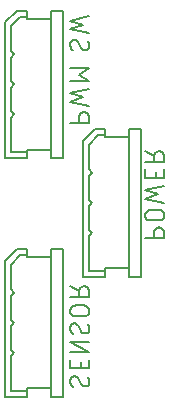
<source format=gbr>
G04 EAGLE Gerber RS-274X export*
G75*
%MOMM*%
%FSLAX34Y34*%
%LPD*%
%INSilkscreen Bottom*%
%IPPOS*%
%AMOC8*
5,1,8,0,0,1.08239X$1,22.5*%
G01*
%ADD10C,0.152400*%
%ADD11C,0.127000*%


D10*
X202692Y147967D02*
X218948Y147967D01*
X218948Y152483D01*
X218946Y152616D01*
X218940Y152748D01*
X218930Y152880D01*
X218917Y153012D01*
X218899Y153144D01*
X218878Y153274D01*
X218853Y153405D01*
X218824Y153534D01*
X218791Y153662D01*
X218755Y153790D01*
X218715Y153916D01*
X218671Y154041D01*
X218623Y154165D01*
X218572Y154287D01*
X218517Y154408D01*
X218459Y154527D01*
X218397Y154645D01*
X218332Y154760D01*
X218263Y154874D01*
X218192Y154985D01*
X218116Y155094D01*
X218038Y155201D01*
X217957Y155306D01*
X217872Y155408D01*
X217785Y155508D01*
X217695Y155605D01*
X217602Y155700D01*
X217506Y155791D01*
X217408Y155880D01*
X217307Y155966D01*
X217203Y156049D01*
X217097Y156129D01*
X216989Y156205D01*
X216879Y156279D01*
X216766Y156349D01*
X216652Y156416D01*
X216535Y156479D01*
X216417Y156539D01*
X216297Y156596D01*
X216175Y156649D01*
X216052Y156698D01*
X215928Y156744D01*
X215802Y156786D01*
X215675Y156824D01*
X215547Y156859D01*
X215418Y156890D01*
X215289Y156917D01*
X215158Y156940D01*
X215027Y156960D01*
X214895Y156975D01*
X214763Y156987D01*
X214631Y156995D01*
X214498Y156999D01*
X214366Y156999D01*
X214233Y156995D01*
X214101Y156987D01*
X213969Y156975D01*
X213837Y156960D01*
X213706Y156940D01*
X213575Y156917D01*
X213446Y156890D01*
X213317Y156859D01*
X213189Y156824D01*
X213062Y156786D01*
X212936Y156744D01*
X212812Y156698D01*
X212689Y156649D01*
X212567Y156596D01*
X212447Y156539D01*
X212329Y156479D01*
X212212Y156416D01*
X212098Y156349D01*
X211985Y156279D01*
X211875Y156205D01*
X211767Y156129D01*
X211661Y156049D01*
X211557Y155966D01*
X211456Y155880D01*
X211358Y155791D01*
X211262Y155700D01*
X211169Y155605D01*
X211079Y155508D01*
X210992Y155408D01*
X210907Y155306D01*
X210826Y155201D01*
X210748Y155094D01*
X210672Y154985D01*
X210601Y154874D01*
X210532Y154760D01*
X210467Y154645D01*
X210405Y154527D01*
X210347Y154408D01*
X210292Y154287D01*
X210241Y154165D01*
X210193Y154041D01*
X210149Y153916D01*
X210109Y153790D01*
X210073Y153662D01*
X210040Y153534D01*
X210011Y153405D01*
X209986Y153274D01*
X209965Y153144D01*
X209947Y153012D01*
X209934Y152880D01*
X209924Y152748D01*
X209918Y152616D01*
X209916Y152483D01*
X209917Y152483D02*
X209917Y147967D01*
X207208Y162866D02*
X214432Y162866D01*
X214565Y162868D01*
X214697Y162874D01*
X214829Y162884D01*
X214961Y162897D01*
X215093Y162915D01*
X215223Y162936D01*
X215354Y162961D01*
X215483Y162990D01*
X215611Y163023D01*
X215739Y163059D01*
X215865Y163099D01*
X215990Y163143D01*
X216114Y163191D01*
X216236Y163242D01*
X216357Y163297D01*
X216476Y163355D01*
X216594Y163417D01*
X216709Y163482D01*
X216823Y163551D01*
X216934Y163622D01*
X217043Y163698D01*
X217150Y163776D01*
X217255Y163857D01*
X217357Y163942D01*
X217457Y164029D01*
X217554Y164119D01*
X217649Y164212D01*
X217740Y164308D01*
X217829Y164406D01*
X217915Y164507D01*
X217998Y164611D01*
X218078Y164717D01*
X218154Y164825D01*
X218228Y164935D01*
X218298Y165048D01*
X218365Y165162D01*
X218428Y165279D01*
X218488Y165397D01*
X218545Y165517D01*
X218598Y165639D01*
X218647Y165762D01*
X218693Y165886D01*
X218735Y166012D01*
X218773Y166139D01*
X218808Y166267D01*
X218839Y166396D01*
X218866Y166525D01*
X218889Y166656D01*
X218909Y166787D01*
X218924Y166919D01*
X218936Y167051D01*
X218944Y167183D01*
X218948Y167316D01*
X218948Y167448D01*
X218944Y167581D01*
X218936Y167713D01*
X218924Y167845D01*
X218909Y167977D01*
X218889Y168108D01*
X218866Y168239D01*
X218839Y168368D01*
X218808Y168497D01*
X218773Y168625D01*
X218735Y168752D01*
X218693Y168878D01*
X218647Y169002D01*
X218598Y169125D01*
X218545Y169247D01*
X218488Y169367D01*
X218428Y169485D01*
X218365Y169602D01*
X218298Y169716D01*
X218228Y169829D01*
X218154Y169939D01*
X218078Y170047D01*
X217998Y170153D01*
X217915Y170257D01*
X217829Y170358D01*
X217740Y170456D01*
X217649Y170552D01*
X217554Y170645D01*
X217457Y170735D01*
X217357Y170822D01*
X217255Y170907D01*
X217150Y170988D01*
X217043Y171066D01*
X216934Y171142D01*
X216823Y171213D01*
X216709Y171282D01*
X216594Y171347D01*
X216476Y171409D01*
X216357Y171467D01*
X216236Y171522D01*
X216114Y171573D01*
X215990Y171621D01*
X215865Y171665D01*
X215739Y171705D01*
X215611Y171741D01*
X215483Y171774D01*
X215354Y171803D01*
X215223Y171828D01*
X215093Y171849D01*
X214961Y171867D01*
X214829Y171880D01*
X214697Y171890D01*
X214565Y171896D01*
X214432Y171898D01*
X207208Y171898D01*
X207075Y171896D01*
X206943Y171890D01*
X206811Y171880D01*
X206679Y171867D01*
X206547Y171849D01*
X206417Y171828D01*
X206286Y171803D01*
X206157Y171774D01*
X206029Y171741D01*
X205901Y171705D01*
X205775Y171665D01*
X205650Y171621D01*
X205526Y171573D01*
X205404Y171522D01*
X205283Y171467D01*
X205164Y171409D01*
X205046Y171347D01*
X204931Y171282D01*
X204817Y171213D01*
X204706Y171142D01*
X204597Y171066D01*
X204490Y170988D01*
X204385Y170907D01*
X204283Y170822D01*
X204183Y170735D01*
X204086Y170645D01*
X203991Y170552D01*
X203900Y170456D01*
X203811Y170358D01*
X203725Y170257D01*
X203642Y170153D01*
X203562Y170047D01*
X203486Y169939D01*
X203412Y169829D01*
X203342Y169716D01*
X203275Y169602D01*
X203212Y169485D01*
X203152Y169367D01*
X203095Y169247D01*
X203042Y169125D01*
X202993Y169002D01*
X202947Y168878D01*
X202905Y168752D01*
X202867Y168625D01*
X202832Y168497D01*
X202801Y168368D01*
X202774Y168239D01*
X202751Y168108D01*
X202731Y167977D01*
X202716Y167845D01*
X202704Y167713D01*
X202696Y167581D01*
X202692Y167448D01*
X202692Y167316D01*
X202696Y167183D01*
X202704Y167051D01*
X202716Y166919D01*
X202731Y166787D01*
X202751Y166656D01*
X202774Y166525D01*
X202801Y166396D01*
X202832Y166267D01*
X202867Y166139D01*
X202905Y166012D01*
X202947Y165886D01*
X202993Y165762D01*
X203042Y165639D01*
X203095Y165517D01*
X203152Y165397D01*
X203212Y165279D01*
X203275Y165162D01*
X203342Y165048D01*
X203412Y164935D01*
X203486Y164825D01*
X203562Y164717D01*
X203642Y164611D01*
X203725Y164507D01*
X203811Y164406D01*
X203900Y164308D01*
X203991Y164212D01*
X204086Y164119D01*
X204183Y164029D01*
X204283Y163942D01*
X204385Y163857D01*
X204490Y163776D01*
X204597Y163698D01*
X204706Y163622D01*
X204817Y163551D01*
X204931Y163482D01*
X205046Y163417D01*
X205164Y163355D01*
X205283Y163297D01*
X205404Y163242D01*
X205526Y163191D01*
X205650Y163143D01*
X205775Y163099D01*
X205901Y163059D01*
X206029Y163023D01*
X206157Y162990D01*
X206286Y162961D01*
X206417Y162936D01*
X206547Y162915D01*
X206679Y162897D01*
X206811Y162884D01*
X206943Y162874D01*
X207075Y162868D01*
X207208Y162866D01*
X218948Y177873D02*
X202692Y181485D01*
X213529Y185097D01*
X202692Y188710D01*
X218948Y192322D01*
X202692Y198848D02*
X202692Y206073D01*
X202692Y198848D02*
X218948Y198848D01*
X218948Y206073D01*
X211723Y204267D02*
X211723Y198848D01*
X218948Y212457D02*
X202692Y212457D01*
X218948Y212457D02*
X218948Y216972D01*
X218946Y217105D01*
X218940Y217237D01*
X218930Y217369D01*
X218917Y217501D01*
X218899Y217633D01*
X218878Y217763D01*
X218853Y217894D01*
X218824Y218023D01*
X218791Y218151D01*
X218755Y218279D01*
X218715Y218405D01*
X218671Y218530D01*
X218623Y218654D01*
X218572Y218776D01*
X218517Y218897D01*
X218459Y219016D01*
X218397Y219134D01*
X218332Y219249D01*
X218263Y219363D01*
X218192Y219474D01*
X218116Y219583D01*
X218038Y219690D01*
X217957Y219795D01*
X217872Y219897D01*
X217785Y219997D01*
X217695Y220094D01*
X217602Y220189D01*
X217506Y220280D01*
X217408Y220369D01*
X217307Y220455D01*
X217203Y220538D01*
X217097Y220618D01*
X216989Y220694D01*
X216879Y220768D01*
X216766Y220838D01*
X216652Y220905D01*
X216535Y220968D01*
X216417Y221028D01*
X216297Y221085D01*
X216175Y221138D01*
X216052Y221187D01*
X215928Y221233D01*
X215802Y221275D01*
X215675Y221313D01*
X215547Y221348D01*
X215418Y221379D01*
X215289Y221406D01*
X215158Y221429D01*
X215027Y221449D01*
X214895Y221464D01*
X214763Y221476D01*
X214631Y221484D01*
X214498Y221488D01*
X214366Y221488D01*
X214233Y221484D01*
X214101Y221476D01*
X213969Y221464D01*
X213837Y221449D01*
X213706Y221429D01*
X213575Y221406D01*
X213446Y221379D01*
X213317Y221348D01*
X213189Y221313D01*
X213062Y221275D01*
X212936Y221233D01*
X212812Y221187D01*
X212689Y221138D01*
X212567Y221085D01*
X212447Y221028D01*
X212329Y220968D01*
X212212Y220905D01*
X212098Y220838D01*
X211985Y220768D01*
X211875Y220694D01*
X211767Y220618D01*
X211661Y220538D01*
X211557Y220455D01*
X211456Y220369D01*
X211358Y220280D01*
X211262Y220189D01*
X211169Y220094D01*
X211079Y219997D01*
X210992Y219897D01*
X210907Y219795D01*
X210826Y219690D01*
X210748Y219583D01*
X210672Y219474D01*
X210601Y219363D01*
X210532Y219249D01*
X210467Y219134D01*
X210405Y219016D01*
X210347Y218897D01*
X210292Y218776D01*
X210241Y218654D01*
X210193Y218530D01*
X210149Y218405D01*
X210109Y218279D01*
X210073Y218151D01*
X210040Y218023D01*
X210011Y217894D01*
X209986Y217763D01*
X209965Y217633D01*
X209947Y217501D01*
X209934Y217369D01*
X209924Y217237D01*
X209918Y217105D01*
X209916Y216972D01*
X209917Y216972D02*
X209917Y212457D01*
X209917Y217876D02*
X202692Y221488D01*
X155448Y245581D02*
X139192Y245581D01*
X155448Y245581D02*
X155448Y250097D01*
X155446Y250230D01*
X155440Y250362D01*
X155430Y250494D01*
X155417Y250626D01*
X155399Y250758D01*
X155378Y250888D01*
X155353Y251019D01*
X155324Y251148D01*
X155291Y251276D01*
X155255Y251404D01*
X155215Y251530D01*
X155171Y251655D01*
X155123Y251779D01*
X155072Y251901D01*
X155017Y252022D01*
X154959Y252141D01*
X154897Y252259D01*
X154832Y252374D01*
X154763Y252488D01*
X154692Y252599D01*
X154616Y252708D01*
X154538Y252815D01*
X154457Y252920D01*
X154372Y253022D01*
X154285Y253122D01*
X154195Y253219D01*
X154102Y253314D01*
X154006Y253405D01*
X153908Y253494D01*
X153807Y253580D01*
X153703Y253663D01*
X153597Y253743D01*
X153489Y253819D01*
X153379Y253893D01*
X153266Y253963D01*
X153152Y254030D01*
X153035Y254093D01*
X152917Y254153D01*
X152797Y254210D01*
X152675Y254263D01*
X152552Y254312D01*
X152428Y254358D01*
X152302Y254400D01*
X152175Y254438D01*
X152047Y254473D01*
X151918Y254504D01*
X151789Y254531D01*
X151658Y254554D01*
X151527Y254574D01*
X151395Y254589D01*
X151263Y254601D01*
X151131Y254609D01*
X150998Y254613D01*
X150866Y254613D01*
X150733Y254609D01*
X150601Y254601D01*
X150469Y254589D01*
X150337Y254574D01*
X150206Y254554D01*
X150075Y254531D01*
X149946Y254504D01*
X149817Y254473D01*
X149689Y254438D01*
X149562Y254400D01*
X149436Y254358D01*
X149312Y254312D01*
X149189Y254263D01*
X149067Y254210D01*
X148947Y254153D01*
X148829Y254093D01*
X148712Y254030D01*
X148598Y253963D01*
X148485Y253893D01*
X148375Y253819D01*
X148267Y253743D01*
X148161Y253663D01*
X148057Y253580D01*
X147956Y253494D01*
X147858Y253405D01*
X147762Y253314D01*
X147669Y253219D01*
X147579Y253122D01*
X147492Y253022D01*
X147407Y252920D01*
X147326Y252815D01*
X147248Y252708D01*
X147172Y252599D01*
X147101Y252488D01*
X147032Y252374D01*
X146967Y252259D01*
X146905Y252141D01*
X146847Y252022D01*
X146792Y251901D01*
X146741Y251779D01*
X146693Y251655D01*
X146649Y251530D01*
X146609Y251404D01*
X146573Y251276D01*
X146540Y251148D01*
X146511Y251019D01*
X146486Y250888D01*
X146465Y250758D01*
X146447Y250626D01*
X146434Y250494D01*
X146424Y250362D01*
X146418Y250230D01*
X146416Y250097D01*
X146417Y250097D02*
X146417Y245581D01*
X155448Y259855D02*
X139192Y263468D01*
X150029Y267080D01*
X139192Y270693D01*
X155448Y274305D01*
X155448Y280940D02*
X139192Y280940D01*
X146417Y286359D02*
X155448Y280940D01*
X146417Y286359D02*
X155448Y291777D01*
X139192Y291777D01*
X139192Y312272D02*
X139194Y312390D01*
X139200Y312508D01*
X139209Y312626D01*
X139223Y312743D01*
X139240Y312860D01*
X139261Y312977D01*
X139286Y313092D01*
X139315Y313207D01*
X139348Y313321D01*
X139384Y313433D01*
X139424Y313544D01*
X139467Y313654D01*
X139514Y313763D01*
X139564Y313870D01*
X139619Y313975D01*
X139676Y314078D01*
X139737Y314179D01*
X139801Y314279D01*
X139868Y314376D01*
X139938Y314471D01*
X140012Y314563D01*
X140088Y314654D01*
X140168Y314741D01*
X140250Y314826D01*
X140335Y314908D01*
X140422Y314988D01*
X140513Y315064D01*
X140605Y315138D01*
X140700Y315208D01*
X140797Y315275D01*
X140897Y315339D01*
X140998Y315400D01*
X141101Y315457D01*
X141206Y315512D01*
X141313Y315562D01*
X141422Y315609D01*
X141532Y315652D01*
X141643Y315692D01*
X141755Y315728D01*
X141869Y315761D01*
X141984Y315790D01*
X142099Y315815D01*
X142216Y315836D01*
X142333Y315853D01*
X142450Y315867D01*
X142568Y315876D01*
X142686Y315882D01*
X142804Y315884D01*
X139192Y312272D02*
X139194Y312089D01*
X139201Y311907D01*
X139212Y311725D01*
X139227Y311543D01*
X139247Y311361D01*
X139270Y311180D01*
X139299Y311000D01*
X139331Y310820D01*
X139368Y310641D01*
X139409Y310464D01*
X139455Y310287D01*
X139504Y310111D01*
X139558Y309937D01*
X139616Y309763D01*
X139678Y309592D01*
X139744Y309422D01*
X139815Y309253D01*
X139889Y309086D01*
X139967Y308921D01*
X140049Y308758D01*
X140135Y308597D01*
X140225Y308438D01*
X140319Y308281D01*
X140416Y308127D01*
X140517Y307975D01*
X140622Y307825D01*
X140730Y307678D01*
X140841Y307534D01*
X140956Y307392D01*
X141075Y307253D01*
X141197Y307117D01*
X141322Y306984D01*
X141450Y306854D01*
X151836Y307305D02*
X151954Y307307D01*
X152072Y307313D01*
X152190Y307322D01*
X152307Y307336D01*
X152424Y307353D01*
X152541Y307374D01*
X152656Y307399D01*
X152771Y307428D01*
X152885Y307461D01*
X152997Y307497D01*
X153108Y307537D01*
X153218Y307580D01*
X153327Y307627D01*
X153434Y307677D01*
X153539Y307732D01*
X153642Y307789D01*
X153743Y307850D01*
X153843Y307914D01*
X153940Y307981D01*
X154035Y308051D01*
X154127Y308125D01*
X154218Y308201D01*
X154305Y308281D01*
X154390Y308363D01*
X154472Y308448D01*
X154552Y308535D01*
X154628Y308626D01*
X154702Y308718D01*
X154772Y308813D01*
X154839Y308910D01*
X154903Y309010D01*
X154964Y309111D01*
X155022Y309214D01*
X155076Y309319D01*
X155126Y309426D01*
X155173Y309535D01*
X155217Y309645D01*
X155256Y309756D01*
X155292Y309869D01*
X155325Y309982D01*
X155354Y310097D01*
X155379Y310212D01*
X155400Y310329D01*
X155417Y310446D01*
X155431Y310563D01*
X155440Y310681D01*
X155446Y310799D01*
X155448Y310917D01*
X155446Y311078D01*
X155440Y311240D01*
X155431Y311401D01*
X155417Y311562D01*
X155400Y311722D01*
X155379Y311882D01*
X155354Y312042D01*
X155325Y312201D01*
X155293Y312359D01*
X155257Y312516D01*
X155217Y312672D01*
X155173Y312828D01*
X155125Y312982D01*
X155074Y313135D01*
X155020Y313287D01*
X154961Y313438D01*
X154900Y313587D01*
X154834Y313734D01*
X154765Y313880D01*
X154693Y314025D01*
X154617Y314167D01*
X154538Y314308D01*
X154456Y314447D01*
X154370Y314583D01*
X154281Y314718D01*
X154189Y314851D01*
X154093Y314981D01*
X148675Y309111D02*
X148737Y309010D01*
X148802Y308910D01*
X148871Y308813D01*
X148943Y308718D01*
X149017Y308625D01*
X149095Y308535D01*
X149176Y308447D01*
X149259Y308362D01*
X149345Y308280D01*
X149434Y308201D01*
X149525Y308124D01*
X149619Y308051D01*
X149715Y307980D01*
X149813Y307913D01*
X149913Y307849D01*
X150016Y307788D01*
X150120Y307731D01*
X150226Y307677D01*
X150334Y307627D01*
X150443Y307580D01*
X150554Y307536D01*
X150666Y307496D01*
X150780Y307460D01*
X150894Y307428D01*
X151010Y307399D01*
X151126Y307374D01*
X151243Y307353D01*
X151361Y307336D01*
X151479Y307322D01*
X151598Y307313D01*
X151717Y307307D01*
X151836Y307305D01*
X145965Y314078D02*
X145903Y314179D01*
X145838Y314279D01*
X145769Y314376D01*
X145697Y314471D01*
X145623Y314564D01*
X145545Y314654D01*
X145464Y314742D01*
X145381Y314827D01*
X145295Y314909D01*
X145206Y314988D01*
X145115Y315065D01*
X145021Y315138D01*
X144925Y315209D01*
X144827Y315276D01*
X144727Y315340D01*
X144624Y315401D01*
X144520Y315458D01*
X144414Y315512D01*
X144306Y315562D01*
X144197Y315609D01*
X144086Y315653D01*
X143974Y315693D01*
X143860Y315729D01*
X143746Y315761D01*
X143630Y315790D01*
X143514Y315815D01*
X143397Y315836D01*
X143279Y315853D01*
X143161Y315867D01*
X143042Y315876D01*
X142923Y315882D01*
X142804Y315884D01*
X145965Y314078D02*
X148675Y309111D01*
X155448Y321338D02*
X139192Y324951D01*
X150029Y328563D01*
X139192Y332176D01*
X155448Y335788D01*
X142804Y31024D02*
X142686Y31022D01*
X142568Y31016D01*
X142450Y31007D01*
X142333Y30993D01*
X142216Y30976D01*
X142099Y30955D01*
X141984Y30930D01*
X141869Y30901D01*
X141755Y30868D01*
X141643Y30832D01*
X141532Y30792D01*
X141422Y30749D01*
X141313Y30702D01*
X141206Y30652D01*
X141101Y30597D01*
X140998Y30540D01*
X140897Y30479D01*
X140797Y30415D01*
X140700Y30348D01*
X140605Y30278D01*
X140513Y30204D01*
X140422Y30128D01*
X140335Y30048D01*
X140250Y29966D01*
X140168Y29881D01*
X140088Y29794D01*
X140012Y29703D01*
X139938Y29611D01*
X139868Y29516D01*
X139801Y29419D01*
X139737Y29319D01*
X139676Y29218D01*
X139619Y29115D01*
X139564Y29010D01*
X139514Y28903D01*
X139467Y28794D01*
X139424Y28684D01*
X139384Y28573D01*
X139348Y28461D01*
X139315Y28347D01*
X139286Y28232D01*
X139261Y28117D01*
X139240Y28000D01*
X139223Y27883D01*
X139209Y27766D01*
X139200Y27648D01*
X139194Y27530D01*
X139192Y27412D01*
X139194Y27229D01*
X139201Y27047D01*
X139212Y26865D01*
X139227Y26683D01*
X139247Y26501D01*
X139270Y26320D01*
X139299Y26140D01*
X139331Y25960D01*
X139368Y25781D01*
X139409Y25604D01*
X139455Y25427D01*
X139504Y25251D01*
X139558Y25077D01*
X139616Y24903D01*
X139678Y24732D01*
X139744Y24562D01*
X139815Y24393D01*
X139889Y24226D01*
X139967Y24061D01*
X140049Y23898D01*
X140135Y23737D01*
X140225Y23578D01*
X140319Y23421D01*
X140416Y23267D01*
X140517Y23115D01*
X140622Y22965D01*
X140730Y22818D01*
X140841Y22674D01*
X140956Y22532D01*
X141075Y22393D01*
X141197Y22257D01*
X141322Y22124D01*
X141450Y21994D01*
X151836Y22445D02*
X151954Y22447D01*
X152072Y22453D01*
X152190Y22462D01*
X152307Y22476D01*
X152424Y22493D01*
X152541Y22514D01*
X152656Y22539D01*
X152771Y22568D01*
X152885Y22601D01*
X152997Y22637D01*
X153108Y22677D01*
X153218Y22720D01*
X153327Y22767D01*
X153434Y22817D01*
X153539Y22872D01*
X153642Y22929D01*
X153743Y22990D01*
X153843Y23054D01*
X153940Y23121D01*
X154035Y23191D01*
X154127Y23265D01*
X154218Y23341D01*
X154305Y23421D01*
X154390Y23503D01*
X154472Y23588D01*
X154552Y23675D01*
X154628Y23766D01*
X154702Y23858D01*
X154772Y23953D01*
X154839Y24050D01*
X154903Y24150D01*
X154964Y24251D01*
X155022Y24354D01*
X155076Y24459D01*
X155126Y24566D01*
X155173Y24675D01*
X155217Y24785D01*
X155256Y24896D01*
X155292Y25009D01*
X155325Y25122D01*
X155354Y25237D01*
X155379Y25352D01*
X155400Y25469D01*
X155417Y25586D01*
X155431Y25703D01*
X155440Y25821D01*
X155446Y25939D01*
X155448Y26057D01*
X155446Y26218D01*
X155440Y26380D01*
X155431Y26541D01*
X155417Y26702D01*
X155400Y26862D01*
X155379Y27022D01*
X155354Y27182D01*
X155325Y27341D01*
X155293Y27499D01*
X155257Y27656D01*
X155217Y27812D01*
X155173Y27968D01*
X155125Y28122D01*
X155074Y28275D01*
X155020Y28427D01*
X154961Y28578D01*
X154900Y28727D01*
X154834Y28874D01*
X154765Y29020D01*
X154693Y29165D01*
X154617Y29307D01*
X154538Y29448D01*
X154456Y29587D01*
X154370Y29723D01*
X154281Y29858D01*
X154189Y29991D01*
X154093Y30121D01*
X148675Y24251D02*
X148737Y24150D01*
X148802Y24050D01*
X148871Y23953D01*
X148943Y23858D01*
X149017Y23765D01*
X149095Y23675D01*
X149176Y23587D01*
X149259Y23502D01*
X149345Y23420D01*
X149434Y23341D01*
X149525Y23264D01*
X149619Y23191D01*
X149715Y23120D01*
X149813Y23053D01*
X149913Y22989D01*
X150016Y22928D01*
X150120Y22871D01*
X150226Y22817D01*
X150334Y22767D01*
X150443Y22720D01*
X150554Y22676D01*
X150666Y22636D01*
X150780Y22600D01*
X150894Y22568D01*
X151010Y22539D01*
X151126Y22514D01*
X151243Y22493D01*
X151361Y22476D01*
X151479Y22462D01*
X151598Y22453D01*
X151717Y22447D01*
X151836Y22445D01*
X145965Y29219D02*
X145903Y29320D01*
X145838Y29420D01*
X145769Y29517D01*
X145697Y29612D01*
X145623Y29705D01*
X145545Y29795D01*
X145464Y29883D01*
X145381Y29968D01*
X145295Y30050D01*
X145206Y30129D01*
X145115Y30206D01*
X145021Y30279D01*
X144925Y30350D01*
X144827Y30417D01*
X144727Y30481D01*
X144624Y30542D01*
X144520Y30599D01*
X144414Y30653D01*
X144306Y30703D01*
X144197Y30750D01*
X144086Y30794D01*
X143974Y30834D01*
X143860Y30870D01*
X143746Y30902D01*
X143630Y30931D01*
X143514Y30956D01*
X143397Y30977D01*
X143279Y30994D01*
X143161Y31008D01*
X143042Y31017D01*
X142923Y31023D01*
X142804Y31025D01*
X145965Y29218D02*
X148675Y24251D01*
X139192Y37654D02*
X139192Y44879D01*
X139192Y37654D02*
X155448Y37654D01*
X155448Y44879D01*
X148223Y43073D02*
X148223Y37654D01*
X155448Y51172D02*
X139192Y51172D01*
X139192Y60203D02*
X155448Y51172D01*
X155448Y60203D02*
X139192Y60203D01*
X139192Y72222D02*
X139194Y72340D01*
X139200Y72458D01*
X139209Y72576D01*
X139223Y72693D01*
X139240Y72810D01*
X139261Y72927D01*
X139286Y73042D01*
X139315Y73157D01*
X139348Y73271D01*
X139384Y73383D01*
X139424Y73494D01*
X139467Y73604D01*
X139514Y73713D01*
X139564Y73820D01*
X139619Y73925D01*
X139676Y74028D01*
X139737Y74129D01*
X139801Y74229D01*
X139868Y74326D01*
X139938Y74421D01*
X140012Y74513D01*
X140088Y74604D01*
X140168Y74691D01*
X140250Y74776D01*
X140335Y74858D01*
X140422Y74938D01*
X140513Y75014D01*
X140605Y75088D01*
X140700Y75158D01*
X140797Y75225D01*
X140897Y75289D01*
X140998Y75350D01*
X141101Y75407D01*
X141206Y75462D01*
X141313Y75512D01*
X141422Y75559D01*
X141532Y75602D01*
X141643Y75642D01*
X141755Y75678D01*
X141869Y75711D01*
X141984Y75740D01*
X142099Y75765D01*
X142216Y75786D01*
X142333Y75803D01*
X142450Y75817D01*
X142568Y75826D01*
X142686Y75832D01*
X142804Y75834D01*
X139192Y72222D02*
X139194Y72039D01*
X139201Y71857D01*
X139212Y71675D01*
X139227Y71493D01*
X139247Y71311D01*
X139270Y71130D01*
X139299Y70950D01*
X139331Y70770D01*
X139368Y70591D01*
X139409Y70414D01*
X139455Y70237D01*
X139504Y70061D01*
X139558Y69887D01*
X139616Y69713D01*
X139678Y69542D01*
X139744Y69372D01*
X139815Y69203D01*
X139889Y69036D01*
X139967Y68871D01*
X140049Y68708D01*
X140135Y68547D01*
X140225Y68388D01*
X140319Y68231D01*
X140416Y68077D01*
X140517Y67925D01*
X140622Y67775D01*
X140730Y67628D01*
X140841Y67484D01*
X140956Y67342D01*
X141075Y67203D01*
X141197Y67067D01*
X141322Y66934D01*
X141450Y66804D01*
X151836Y67255D02*
X151954Y67257D01*
X152072Y67263D01*
X152190Y67272D01*
X152307Y67286D01*
X152424Y67303D01*
X152541Y67324D01*
X152656Y67349D01*
X152771Y67378D01*
X152885Y67411D01*
X152997Y67447D01*
X153108Y67487D01*
X153218Y67530D01*
X153327Y67577D01*
X153434Y67627D01*
X153539Y67682D01*
X153642Y67739D01*
X153743Y67800D01*
X153843Y67864D01*
X153940Y67931D01*
X154035Y68001D01*
X154127Y68075D01*
X154218Y68151D01*
X154305Y68231D01*
X154390Y68313D01*
X154472Y68398D01*
X154552Y68485D01*
X154628Y68576D01*
X154702Y68668D01*
X154772Y68763D01*
X154839Y68860D01*
X154903Y68960D01*
X154964Y69061D01*
X155022Y69164D01*
X155076Y69269D01*
X155126Y69376D01*
X155173Y69485D01*
X155217Y69595D01*
X155256Y69706D01*
X155292Y69819D01*
X155325Y69932D01*
X155354Y70047D01*
X155379Y70162D01*
X155400Y70279D01*
X155417Y70396D01*
X155431Y70513D01*
X155440Y70631D01*
X155446Y70749D01*
X155448Y70867D01*
X155446Y71028D01*
X155440Y71190D01*
X155431Y71351D01*
X155417Y71512D01*
X155400Y71672D01*
X155379Y71832D01*
X155354Y71992D01*
X155325Y72151D01*
X155293Y72309D01*
X155257Y72466D01*
X155217Y72622D01*
X155173Y72778D01*
X155125Y72932D01*
X155074Y73085D01*
X155020Y73237D01*
X154961Y73388D01*
X154900Y73537D01*
X154834Y73684D01*
X154765Y73830D01*
X154693Y73975D01*
X154617Y74117D01*
X154538Y74258D01*
X154456Y74397D01*
X154370Y74533D01*
X154281Y74668D01*
X154189Y74801D01*
X154093Y74931D01*
X148675Y69060D02*
X148737Y68959D01*
X148802Y68859D01*
X148871Y68762D01*
X148943Y68667D01*
X149017Y68574D01*
X149095Y68484D01*
X149176Y68396D01*
X149259Y68311D01*
X149345Y68229D01*
X149434Y68150D01*
X149525Y68073D01*
X149619Y68000D01*
X149715Y67929D01*
X149813Y67862D01*
X149913Y67798D01*
X150016Y67737D01*
X150120Y67680D01*
X150226Y67626D01*
X150334Y67576D01*
X150443Y67529D01*
X150554Y67485D01*
X150666Y67445D01*
X150780Y67409D01*
X150894Y67377D01*
X151010Y67348D01*
X151126Y67323D01*
X151243Y67302D01*
X151361Y67285D01*
X151479Y67271D01*
X151598Y67262D01*
X151717Y67256D01*
X151836Y67254D01*
X145965Y74028D02*
X145903Y74129D01*
X145838Y74229D01*
X145769Y74326D01*
X145697Y74421D01*
X145623Y74514D01*
X145545Y74604D01*
X145464Y74692D01*
X145381Y74777D01*
X145295Y74859D01*
X145206Y74938D01*
X145115Y75015D01*
X145021Y75088D01*
X144925Y75159D01*
X144827Y75226D01*
X144727Y75290D01*
X144624Y75351D01*
X144520Y75408D01*
X144414Y75462D01*
X144306Y75512D01*
X144197Y75559D01*
X144086Y75603D01*
X143974Y75643D01*
X143860Y75679D01*
X143746Y75711D01*
X143630Y75740D01*
X143514Y75765D01*
X143397Y75786D01*
X143279Y75803D01*
X143161Y75817D01*
X143042Y75826D01*
X142923Y75832D01*
X142804Y75834D01*
X145965Y74028D02*
X148675Y69061D01*
X150932Y81913D02*
X143708Y81913D01*
X150932Y81913D02*
X151065Y81915D01*
X151197Y81921D01*
X151329Y81931D01*
X151461Y81944D01*
X151593Y81962D01*
X151723Y81983D01*
X151854Y82008D01*
X151983Y82037D01*
X152111Y82070D01*
X152239Y82106D01*
X152365Y82146D01*
X152490Y82190D01*
X152614Y82238D01*
X152736Y82289D01*
X152857Y82344D01*
X152976Y82402D01*
X153094Y82464D01*
X153209Y82529D01*
X153323Y82598D01*
X153434Y82669D01*
X153543Y82745D01*
X153650Y82823D01*
X153755Y82904D01*
X153857Y82989D01*
X153957Y83076D01*
X154054Y83166D01*
X154149Y83259D01*
X154240Y83355D01*
X154329Y83453D01*
X154415Y83554D01*
X154498Y83658D01*
X154578Y83764D01*
X154654Y83872D01*
X154728Y83982D01*
X154798Y84095D01*
X154865Y84209D01*
X154928Y84326D01*
X154988Y84444D01*
X155045Y84564D01*
X155098Y84686D01*
X155147Y84809D01*
X155193Y84933D01*
X155235Y85059D01*
X155273Y85186D01*
X155308Y85314D01*
X155339Y85443D01*
X155366Y85572D01*
X155389Y85703D01*
X155409Y85834D01*
X155424Y85966D01*
X155436Y86098D01*
X155444Y86230D01*
X155448Y86363D01*
X155448Y86495D01*
X155444Y86628D01*
X155436Y86760D01*
X155424Y86892D01*
X155409Y87024D01*
X155389Y87155D01*
X155366Y87286D01*
X155339Y87415D01*
X155308Y87544D01*
X155273Y87672D01*
X155235Y87799D01*
X155193Y87925D01*
X155147Y88049D01*
X155098Y88172D01*
X155045Y88294D01*
X154988Y88414D01*
X154928Y88532D01*
X154865Y88649D01*
X154798Y88763D01*
X154728Y88876D01*
X154654Y88986D01*
X154578Y89094D01*
X154498Y89200D01*
X154415Y89304D01*
X154329Y89405D01*
X154240Y89503D01*
X154149Y89599D01*
X154054Y89692D01*
X153957Y89782D01*
X153857Y89869D01*
X153755Y89954D01*
X153650Y90035D01*
X153543Y90113D01*
X153434Y90189D01*
X153323Y90260D01*
X153209Y90329D01*
X153094Y90394D01*
X152976Y90456D01*
X152857Y90514D01*
X152736Y90569D01*
X152614Y90620D01*
X152490Y90668D01*
X152365Y90712D01*
X152239Y90752D01*
X152111Y90788D01*
X151983Y90821D01*
X151854Y90850D01*
X151723Y90875D01*
X151593Y90896D01*
X151461Y90914D01*
X151329Y90927D01*
X151197Y90937D01*
X151065Y90943D01*
X150932Y90945D01*
X150932Y90944D02*
X143708Y90944D01*
X143708Y90945D02*
X143575Y90943D01*
X143443Y90937D01*
X143311Y90927D01*
X143179Y90914D01*
X143047Y90896D01*
X142917Y90875D01*
X142786Y90850D01*
X142657Y90821D01*
X142529Y90788D01*
X142401Y90752D01*
X142275Y90712D01*
X142150Y90668D01*
X142026Y90620D01*
X141904Y90569D01*
X141783Y90514D01*
X141664Y90456D01*
X141546Y90394D01*
X141431Y90329D01*
X141317Y90260D01*
X141206Y90189D01*
X141097Y90113D01*
X140990Y90035D01*
X140885Y89954D01*
X140783Y89869D01*
X140683Y89782D01*
X140586Y89692D01*
X140491Y89599D01*
X140400Y89503D01*
X140311Y89405D01*
X140225Y89304D01*
X140142Y89200D01*
X140062Y89094D01*
X139986Y88986D01*
X139912Y88876D01*
X139842Y88763D01*
X139775Y88649D01*
X139712Y88532D01*
X139652Y88414D01*
X139595Y88294D01*
X139542Y88172D01*
X139493Y88049D01*
X139447Y87925D01*
X139405Y87799D01*
X139367Y87672D01*
X139332Y87544D01*
X139301Y87415D01*
X139274Y87286D01*
X139251Y87155D01*
X139231Y87024D01*
X139216Y86892D01*
X139204Y86760D01*
X139196Y86628D01*
X139192Y86495D01*
X139192Y86363D01*
X139196Y86230D01*
X139204Y86098D01*
X139216Y85966D01*
X139231Y85834D01*
X139251Y85703D01*
X139274Y85572D01*
X139301Y85443D01*
X139332Y85314D01*
X139367Y85186D01*
X139405Y85059D01*
X139447Y84933D01*
X139493Y84809D01*
X139542Y84686D01*
X139595Y84564D01*
X139652Y84444D01*
X139712Y84326D01*
X139775Y84209D01*
X139842Y84095D01*
X139912Y83982D01*
X139986Y83872D01*
X140062Y83764D01*
X140142Y83658D01*
X140225Y83554D01*
X140311Y83453D01*
X140400Y83355D01*
X140491Y83259D01*
X140586Y83166D01*
X140683Y83076D01*
X140783Y82989D01*
X140885Y82904D01*
X140990Y82823D01*
X141097Y82745D01*
X141206Y82669D01*
X141317Y82598D01*
X141431Y82529D01*
X141546Y82464D01*
X141664Y82402D01*
X141783Y82344D01*
X141904Y82289D01*
X142026Y82238D01*
X142150Y82190D01*
X142275Y82146D01*
X142401Y82106D01*
X142529Y82070D01*
X142657Y82037D01*
X142786Y82008D01*
X142917Y81983D01*
X143047Y81962D01*
X143179Y81944D01*
X143311Y81931D01*
X143443Y81921D01*
X143575Y81915D01*
X143708Y81913D01*
X139192Y98157D02*
X155448Y98157D01*
X155448Y102672D01*
X155446Y102805D01*
X155440Y102937D01*
X155430Y103069D01*
X155417Y103201D01*
X155399Y103333D01*
X155378Y103463D01*
X155353Y103594D01*
X155324Y103723D01*
X155291Y103851D01*
X155255Y103979D01*
X155215Y104105D01*
X155171Y104230D01*
X155123Y104354D01*
X155072Y104476D01*
X155017Y104597D01*
X154959Y104716D01*
X154897Y104834D01*
X154832Y104949D01*
X154763Y105063D01*
X154692Y105174D01*
X154616Y105283D01*
X154538Y105390D01*
X154457Y105495D01*
X154372Y105597D01*
X154285Y105697D01*
X154195Y105794D01*
X154102Y105889D01*
X154006Y105980D01*
X153908Y106069D01*
X153807Y106155D01*
X153703Y106238D01*
X153597Y106318D01*
X153489Y106394D01*
X153379Y106468D01*
X153266Y106538D01*
X153152Y106605D01*
X153035Y106668D01*
X152917Y106728D01*
X152797Y106785D01*
X152675Y106838D01*
X152552Y106887D01*
X152428Y106933D01*
X152302Y106975D01*
X152175Y107013D01*
X152047Y107048D01*
X151918Y107079D01*
X151789Y107106D01*
X151658Y107129D01*
X151527Y107149D01*
X151395Y107164D01*
X151263Y107176D01*
X151131Y107184D01*
X150998Y107188D01*
X150866Y107188D01*
X150733Y107184D01*
X150601Y107176D01*
X150469Y107164D01*
X150337Y107149D01*
X150206Y107129D01*
X150075Y107106D01*
X149946Y107079D01*
X149817Y107048D01*
X149689Y107013D01*
X149562Y106975D01*
X149436Y106933D01*
X149312Y106887D01*
X149189Y106838D01*
X149067Y106785D01*
X148947Y106728D01*
X148829Y106668D01*
X148712Y106605D01*
X148598Y106538D01*
X148485Y106468D01*
X148375Y106394D01*
X148267Y106318D01*
X148161Y106238D01*
X148057Y106155D01*
X147956Y106069D01*
X147858Y105980D01*
X147762Y105889D01*
X147669Y105794D01*
X147579Y105697D01*
X147492Y105597D01*
X147407Y105495D01*
X147326Y105390D01*
X147248Y105283D01*
X147172Y105174D01*
X147101Y105063D01*
X147032Y104949D01*
X146967Y104834D01*
X146905Y104716D01*
X146847Y104597D01*
X146792Y104476D01*
X146741Y104354D01*
X146693Y104230D01*
X146649Y104105D01*
X146609Y103979D01*
X146573Y103851D01*
X146540Y103723D01*
X146511Y103594D01*
X146486Y103463D01*
X146465Y103333D01*
X146447Y103201D01*
X146434Y103069D01*
X146424Y102937D01*
X146418Y102805D01*
X146416Y102672D01*
X146417Y102672D02*
X146417Y98157D01*
X146417Y103576D02*
X139192Y107188D01*
D11*
X149900Y115400D02*
X168900Y115400D01*
X149900Y115400D02*
X149900Y230200D01*
X159900Y240200D01*
X168900Y240200D01*
X188900Y233200D02*
X188900Y122400D01*
X168900Y235200D02*
X168900Y240200D01*
X168900Y235200D02*
X168900Y233200D01*
X188900Y233200D01*
X168900Y120400D02*
X168900Y115400D01*
X168900Y120400D02*
X168900Y122400D01*
X188900Y122400D01*
X188900Y240200D02*
X198900Y240200D01*
X198900Y115400D01*
X188900Y115400D01*
X188900Y240200D01*
X168900Y235200D02*
X163100Y235200D01*
X154900Y227000D01*
X154900Y206200D01*
X157900Y203200D01*
X154900Y200200D01*
X154900Y120400D02*
X168900Y120400D01*
X154900Y180500D02*
X154900Y200200D01*
X154900Y180500D02*
X157600Y177800D01*
X154900Y175100D01*
X154900Y174800D02*
X154900Y155100D01*
X157600Y152400D01*
X154900Y149700D02*
X154900Y120400D01*
X154900Y149700D02*
X157600Y152400D01*
X102860Y215730D02*
X83860Y215730D01*
X83860Y330530D01*
X93860Y340530D01*
X102860Y340530D01*
X122860Y333530D02*
X122860Y222730D01*
X102860Y335530D02*
X102860Y340530D01*
X102860Y335530D02*
X102860Y333530D01*
X122860Y333530D01*
X102860Y220730D02*
X102860Y215730D01*
X102860Y220730D02*
X102860Y222730D01*
X122860Y222730D01*
X122860Y340530D02*
X132860Y340530D01*
X132860Y215730D01*
X122860Y215730D01*
X122860Y340530D01*
X102860Y335530D02*
X97060Y335530D01*
X88860Y327330D01*
X88860Y306530D01*
X91860Y303530D01*
X88860Y300530D01*
X88860Y220730D02*
X102860Y220730D01*
X88860Y280830D02*
X88860Y300530D01*
X88860Y280830D02*
X91560Y278130D01*
X88860Y275430D01*
X88860Y275130D02*
X88860Y255430D01*
X91560Y252730D01*
X88860Y250030D02*
X88860Y220730D01*
X88860Y250030D02*
X91560Y252730D01*
X83860Y13800D02*
X102860Y13800D01*
X83860Y13800D02*
X83860Y128600D01*
X93860Y138600D01*
X102860Y138600D01*
X122860Y131600D02*
X122860Y20800D01*
X102860Y133600D02*
X102860Y138600D01*
X102860Y133600D02*
X102860Y131600D01*
X122860Y131600D01*
X102860Y18800D02*
X102860Y13800D01*
X102860Y18800D02*
X102860Y20800D01*
X122860Y20800D01*
X122860Y138600D02*
X132860Y138600D01*
X132860Y13800D01*
X122860Y13800D01*
X122860Y138600D01*
X102860Y133600D02*
X97060Y133600D01*
X88860Y125400D01*
X88860Y104600D01*
X91860Y101600D01*
X88860Y98600D01*
X88860Y18800D02*
X102860Y18800D01*
X88860Y78900D02*
X88860Y98600D01*
X88860Y78900D02*
X91560Y76200D01*
X88860Y73500D01*
X88860Y73200D02*
X88860Y53500D01*
X91560Y50800D01*
X88860Y48100D02*
X88860Y18800D01*
X88860Y48100D02*
X91560Y50800D01*
M02*

</source>
